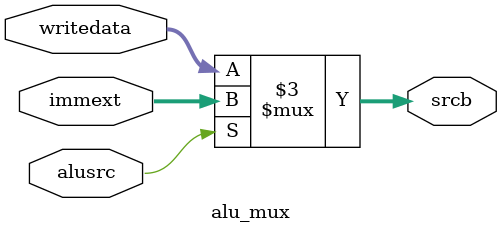
<source format=v>
module alu_mux (
    input       [31:0]  writedata,
    input       [31:0]  immext,
    input               alusrc,
    output reg  [31:0]  srcb
);

    //assign srcb = alusrc ? immext : writedata;
    always @(writedata or immext or alusrc) begin
        if(alusrc) srcb = immext;
        else srcb = writedata;
    end

endmodule
</source>
